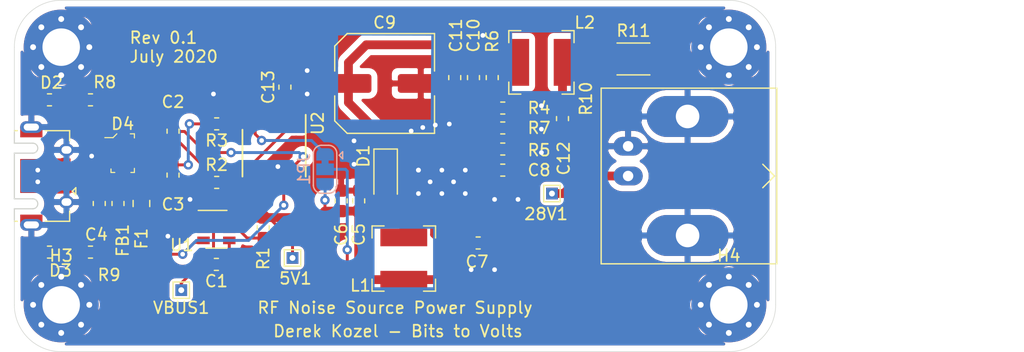
<source format=kicad_pcb>
(kicad_pcb (version 20171130) (host pcbnew "(5.1.5)-3")
  (layers (0 F.Cu signal) (31 B.Cu signal) (34 B.Paste user hide) (35 F.Paste user hide) (36 B.SilkS user) (37 F.SilkS user) (38 B.Mask user) (39 F.Mask user) (44 Edge.Cuts user))
  (net 0 "")
  (net 1 GND)
  (net 2 "Net-(C1-Pad1)")
  (net 3 "Net-(C2-Pad1)")
  (net 4 VBUS)
  (net 5 "Net-(R1-Pad1)")
  (net 6 "Net-(R2-Pad1)")
  (net 7 "Net-(R3-Pad1)")
  (net 8 "Net-(D2-Pad1)")
  (net 9 /PWREN#)
  (net 10 /Vout_EN)
  (net 11 +3V3)
  (net 12 "Net-(J1-Pad4)")
  (net 13 "Net-(C3-Pad1)")
  (net 14 "Net-(C7-Pad1)")
  (net 15 "Net-(C8-Pad1)")
  (net 16 "Net-(C10-Pad1)")
  (net 17 "Net-(D1-Pad2)")
  (net 18 "Net-(D3-Pad1)")
  (net 19 "Net-(F1-Pad1)")
  (net 20 "Net-(R4-Pad1)")
  (net 21 "Net-(R5-Pad2)")
  (net 22 "Net-(R6-Pad1)")
  (net 23 "Net-(U2-Pad11)")
  (net 24 "Net-(U2-Pad6)")
  (net 25 "Net-(U2-Pad4)")
  (net 26 "Net-(U2-Pad2)")
  (net 27 "Net-(U2-Pad1)")
  (net 28 "Net-(C4-Pad1)")
  (net 29 "Net-(D4-Pad3)")
  (net 30 "Net-(D4-Pad1)")
  (net 31 /TPS_EN)
  (net 32 "Net-(28V1-Pad1)")
  (net 33 "Net-(5V1-Pad1)")
  (net 34 "Net-(U2-Pad16)")
  (net 35 "Net-(JP1-Pad2)")
  (module MountingHole:MountingHole_3.2mm_M3_Pad_Via (layer F.Cu) (at 151 96)
    (fp_text reference H4 (at 0 -4.2) (layer F.SilkS))
    (fp_text value MountingHole)
    (pad 1 thru_hole circle (at 1.697056 -1.697056) (size 0.8 0.8) (drill 0.5) (layers *.Cu *.Mask))
    (pad 1 thru_hole circle (at 0 -2.4) (size 0.8 0.8) (drill 0.5) (layers *.Cu *.Mask))
    (pad 1 thru_hole circle (at -1.697056 -1.697056) (size 0.8 0.8) (drill 0.5) (layers *.Cu *.Mask))
    (pad 1 thru_hole circle (at -2.4 0) (size 0.8 0.8) (drill 0.5) (layers *.Cu *.Mask))
    (pad 1 thru_hole circle (at -1.697056 1.697056) (size 0.8 0.8) (drill 0.5) (layers *.Cu *.Mask))
    (pad 1 thru_hole circle (at 0 2.4) (size 0.8 0.8) (drill 0.5) (layers *.Cu *.Mask))
    (pad 1 thru_hole circle (at 1.697056 1.697056) (size 0.8 0.8) (drill 0.5) (layers *.Cu *.Mask))
    (pad 1 thru_hole circle (at 2.4 0) (size 0.8 0.8) (drill 0.5) (layers *.Cu *.Mask))
    (pad 1 thru_hole circle (at 0 0) (size 6.4 6.4) (drill 3.2) (layers *.Cu *.Mask) (net 1 GND))
  )
  (module MountingHole:MountingHole_3.2mm_M3_Pad_Via (layer F.Cu) (at 94 96)
    (fp_text reference H3 (at 0 -4.2) (layer F.SilkS))
    (fp_text value MountingHole)
    (pad 1 thru_hole circle (at 1.697056 -1.697056) (size 0.8 0.8) (drill 0.5) (layers *.Cu *.Mask))
    (pad 1 thru_hole circle (at 0 -2.4) (size 0.8 0.8) (drill 0.5) (layers *.Cu *.Mask))
    (pad 1 thru_hole circle (at -1.697056 -1.697056) (size 0.8 0.8) (drill 0.5) (layers *.Cu *.Mask))
    (pad 1 thru_hole circle (at -2.4 0) (size 0.8 0.8) (drill 0.5) (layers *.Cu *.Mask))
    (pad 1 thru_hole circle (at -1.697056 1.697056) (size 0.8 0.8) (drill 0.5) (layers *.Cu *.Mask))
    (pad 1 thru_hole circle (at 0 2.4) (size 0.8 0.8) (drill 0.5) (layers *.Cu *.Mask))
    (pad 1 thru_hole circle (at 1.697056 1.697056) (size 0.8 0.8) (drill 0.5) (layers *.Cu *.Mask))
    (pad 1 thru_hole circle (at 2.4 0) (size 0.8 0.8) (drill 0.5) (layers *.Cu *.Mask))
    (pad 1 thru_hole circle (at 0 0) (size 6.4 6.4) (drill 3.2) (layers *.Cu *.Mask) (net 1 GND))
  )
  (module MountingHole:MountingHole_3.2mm_M3_Pad_Via (layer F.Cu) (at 151 74)
    (fp_text reference H2 hide)
    (fp_text value MountingHole)
    (pad 1 thru_hole circle (at 1.697056 -1.697056) (size 0.8 0.8) (drill 0.5) (layers *.Cu *.Mask))
    (pad 1 thru_hole circle (at 0 -2.4) (size 0.8 0.8) (drill 0.5) (layers *.Cu *.Mask))
    (pad 1 thru_hole circle (at -1.697056 -1.697056) (size 0.8 0.8) (drill 0.5) (layers *.Cu *.Mask))
    (pad 1 thru_hole circle (at -2.4 0) (size 0.8 0.8) (drill 0.5) (layers *.Cu *.Mask))
    (pad 1 thru_hole circle (at -1.697056 1.697056) (size 0.8 0.8) (drill 0.5) (layers *.Cu *.Mask))
    (pad 1 thru_hole circle (at 0 2.4) (size 0.8 0.8) (drill 0.5) (layers *.Cu *.Mask))
    (pad 1 thru_hole circle (at 1.697056 1.697056) (size 0.8 0.8) (drill 0.5) (layers *.Cu *.Mask))
    (pad 1 thru_hole circle (at 2.4 0) (size 0.8 0.8) (drill 0.5) (layers *.Cu *.Mask))
    (pad 1 thru_hole circle (at 0 0) (size 6.4 6.4) (drill 3.2) (layers *.Cu *.Mask) (net 1 GND))
  )
  (module Resistor_SMD:R_2010_5025Metric_Pad1.52x2.65mm_HandSolder (layer F.Cu) (at 142.8575 75.01 180)
    (fp_text reference R11 (at 0 2.41) (layer F.SilkS))
    (fp_text value 460)
    (pad 2 smd roundrect (at 2.3375 0 180) (size 1.525 2.65) (layers F.Cu F.Paste F.Mask) (roundrect_rratio 0.163934) (net 32 "Net-(28V1-Pad1)"))
    (pad 1 smd roundrect (at -2.3375 0 180) (size 1.525 2.65) (layers F.Cu F.Paste F.Mask) (roundrect_rratio 0.163934) (net 1 GND))
  )
  (module Resistor_SMD:R_0402_1005Metric (layer F.Cu) (at 138.7 81.2 270)
    (fp_text reference R10 (at -2.8 -0.1 90) (layer F.SilkS))
    (fp_text value 10)
    (pad 2 smd roundrect (at 0.485 0 270) (size 0.59 0.64) (layers F.Cu F.Paste F.Mask) (net 32 "Net-(28V1-Pad1)"))
    (pad 1 smd roundrect (at -0.485 0 270) (size 0.59 0.64) (layers F.Cu F.Paste F.Mask) (net 32 "Net-(28V1-Pad1)"))
  )
  (module Jumper:SolderJumper-3_P1.3mm_Bridged12_RoundedPad1.0x1.5mm (layer B.Cu) (at 116.53 84.43 270)
    (fp_text reference JP1 (at 0 1.8 90) (layer B.SilkS) (effects (justify mirror)))
    (fp_text value SolderJumper_3_Bridged12)
    (fp_poly (pts (xy -0.9 0.3) (xy -0.4 0.3) (xy -0.4 -0.3) (xy -0.9 -0.3)) (layer B.Cu) (width 0))
    (pad 1 smd custom (at -1.3 0 270) (size 1 0.5) (layers B.Cu B.Mask) (net 31 /TPS_EN) (options (clearance outline) (anchor rect)) (primitives (gr_circle (center 0 -0.25) (end 0.5 -0.25) (width 0)) (gr_circle (center 0 0.25) (end 0.5 0.25) (width 0)) (gr_poly (pts (xy 0.55 0.75) (xy 0 0.75) (xy 0 -0.75) (xy 0.55 -0.75)) (width 0))))
    (pad 2 smd rect (at 0 0 270) (size 1 1.5) (layers B.Cu B.Mask) (net 35 "Net-(JP1-Pad2)"))
    (pad 3 smd custom (at 1.3 0 270) (size 1 0.5) (layers B.Cu B.Mask) (net 33 "Net-(5V1-Pad1)") (options (clearance outline) (anchor rect)) (primitives (gr_circle (center 0 -0.25) (end 0.5 -0.25) (width 0)) (gr_circle (center 0 0.25) (end 0.5 0.25) (width 0)) (gr_poly (pts (xy -0.55 0.75) (xy 0 0.75) (xy 0 -0.75) (xy -0.55 -0.75)) (width 0))))
  )
  (module MountingHole:MountingHole_3.2mm_M3_Pad_Via (layer F.Cu) (at 94 74)
    (fp_text reference H1 hide)
    (fp_text value MountingHole)
    (pad 1 thru_hole circle (at 1.697056 -1.697056) (size 0.8 0.8) (drill 0.5) (layers *.Cu *.Mask))
    (pad 1 thru_hole circle (at 0 -2.4) (size 0.8 0.8) (drill 0.5) (layers *.Cu *.Mask))
    (pad 1 thru_hole circle (at -1.697056 -1.697056) (size 0.8 0.8) (drill 0.5) (layers *.Cu *.Mask))
    (pad 1 thru_hole circle (at -2.4 0) (size 0.8 0.8) (drill 0.5) (layers *.Cu *.Mask))
    (pad 1 thru_hole circle (at -1.697056 1.697056) (size 0.8 0.8) (drill 0.5) (layers *.Cu *.Mask))
    (pad 1 thru_hole circle (at 0 2.4) (size 0.8 0.8) (drill 0.5) (layers *.Cu *.Mask))
    (pad 1 thru_hole circle (at 1.697056 1.697056) (size 0.8 0.8) (drill 0.5) (layers *.Cu *.Mask))
    (pad 1 thru_hole circle (at 2.4 0) (size 0.8 0.8) (drill 0.5) (layers *.Cu *.Mask) (net 1 GND))
    (pad 1 thru_hole circle (at 0 0) (size 6.4 6.4) (drill 3.2) (layers *.Cu *.Mask) (net 1 GND))
  )
  (module Capacitor_SMD:C_0603_1608Metric_Pad1.05x0.95mm_HandSolder (layer F.Cu) (at 113.1 77.415 90)
    (fp_text reference C13 (at 0 -1.43 90) (layer F.SilkS))
    (fp_text value 10nF)
    (pad 2 smd roundrect (at 0.875 0 90) (size 1.05 0.95) (layers F.Cu F.Paste F.Mask) (net 1 GND))
    (pad 1 smd roundrect (at -0.875 0 90) (size 1.05 0.95) (layers F.Cu F.Paste F.Mask) (net 11 +3V3))
  )
  (module TestPoint:TestPoint_THTPad_1.0x1.0mm_Drill0.5mm (layer F.Cu) (at 104.25 94.75)
    (fp_text reference VBUS1 (at 0 1.5) (layer F.SilkS))
    (fp_text value TestPoint)
    (pad 1 thru_hole rect (at 0 0) (size 1 1) (drill 0.5) (layers *.Cu *.Mask) (net 4 VBUS))
  )
  (module TestPoint:TestPoint_THTPad_1.0x1.0mm_Drill0.5mm (layer F.Cu) (at 113.75 92)
    (fp_text reference 5V1 (at 0.25 1.75) (layer F.SilkS))
    (fp_text value TestPoint)
    (pad 1 thru_hole rect (at 0 0) (size 1 1) (drill 0.5) (layers *.Cu *.Mask) (net 33 "Net-(5V1-Pad1)"))
  )
  (module TestPoint:TestPoint_THTPad_1.0x1.0mm_Drill0.5mm (layer F.Cu) (at 135.9 86.5)
    (fp_text reference 28V1 (at -0.5 1.75) (layer F.SilkS))
    (fp_text value TestPoint)
    (pad 1 thru_hole rect (at 0 0) (size 1 1) (drill 0.5) (layers *.Cu *.Mask) (net 32 "Net-(28V1-Pad1)"))
  )
  (module tssop14:TSSOP14 (layer F.Cu) (at 126.4 85.5)
    (fp_text reference U3)
    (fp_text value TPS61175)
    (pad 1 smd rect (at -1.94818 2.79908 180) (size 0.29972 1.5494) (layers F.Cu F.Paste F.Mask) (net 17 "Net-(D1-Pad2)"))
    (pad 2 smd rect (at -1.29794 2.79908 180) (size 0.29972 1.5494) (layers F.Cu F.Paste F.Mask) (net 17 "Net-(D1-Pad2)"))
    (pad 3 smd rect (at -0.6477 2.79908 180) (size 0.29972 1.5494) (layers F.Cu F.Paste F.Mask) (net 33 "Net-(5V1-Pad1)"))
    (pad 4 smd rect (at 0 2.79908 180) (size 0.29972 1.5494) (layers F.Cu F.Paste F.Mask) (net 35 "Net-(JP1-Pad2)"))
    (pad 5 smd rect (at 0.6477 2.79908 180) (size 0.29972 1.5494) (layers F.Cu F.Paste F.Mask) (net 14 "Net-(C7-Pad1)"))
    (pad 6 smd rect (at 1.29794 2.79908 180) (size 0.29972 1.5494) (layers F.Cu F.Paste F.Mask) (net 1 GND))
    (pad 7 smd rect (at 1.94818 2.79908 180) (size 0.29972 1.5494) (layers F.Cu F.Paste F.Mask) (net 1 GND))
    (pad 8 smd rect (at 1.94818 -2.79908) (size 0.29972 1.5494) (layers F.Cu F.Paste F.Mask) (net 21 "Net-(R5-Pad2)"))
    (pad 9 smd rect (at 1.29794 -2.79908) (size 0.29972 1.5494) (layers F.Cu F.Paste F.Mask) (net 22 "Net-(R6-Pad1)"))
    (pad 10 smd rect (at 0.6477 -2.79908) (size 0.29972 1.5494) (layers F.Cu F.Paste F.Mask) (net 20 "Net-(R4-Pad1)"))
    (pad 11 smd rect (at 0 -2.79908) (size 0.29972 1.5494) (layers F.Cu F.Paste F.Mask) (net 1 GND))
    (pad 12 smd rect (at -0.6477 -2.79908) (size 0.29972 1.5494) (layers F.Cu F.Paste F.Mask) (net 1 GND))
    (pad 13 smd rect (at -1.29794 -2.79908) (size 0.29972 1.5494) (layers F.Cu F.Paste F.Mask) (net 1 GND))
    (pad 14 smd rect (at -1.94818 -2.79908) (size 0.29972 1.5494) (layers F.Cu F.Paste F.Mask) (net 1 GND))
    (pad PAD smd rect (at 0 0 180) (size 5 3.4) (layers F.Cu) (net 1 GND))
  )
  (module Package_TO_SOT_SMD:SOT-23-6 (layer F.Cu) (at 107.25 89.55)
    (fp_text reference U1 (at -2.95 1.35) (layer F.SilkS))
    (fp_text value TPS22917DBV)
    (pad 5 smd rect (at 1.1 0) (size 1.06 0.65) (layers F.Cu F.Paste F.Mask) (net 5 "Net-(R1-Pad1)"))
    (pad 6 smd rect (at 1.1 -0.95) (size 1.06 0.65) (layers F.Cu F.Paste F.Mask) (net 33 "Net-(5V1-Pad1)"))
    (pad 4 smd rect (at 1.1 0.95) (size 1.06 0.65) (layers F.Cu F.Paste F.Mask) (net 2 "Net-(C1-Pad1)"))
    (pad 3 smd rect (at -1.1 0.95) (size 1.06 0.65) (layers F.Cu F.Paste F.Mask) (net 10 /Vout_EN))
    (pad 2 smd rect (at -1.1 0) (size 1.06 0.65) (layers F.Cu F.Paste F.Mask) (net 1 GND))
    (pad 1 smd rect (at -1.1 -0.95) (size 1.06 0.65) (layers F.Cu F.Paste F.Mask) (net 4 VBUS))
  )
  (module Package_SO:SSOP-16_3.9x4.9mm_P0.635mm (layer F.Cu) (at 112.15 83.05 270)
    (fp_text reference U2 (at -2.55 -3.75 90) (layer F.SilkS))
    (fp_text value FT230XS)
    (pad 16 smd rect (at 2.6 -2.2225 270) (size 1.2 0.4) (layers F.Cu F.Paste F.Mask) (net 34 "Net-(U2-Pad16)"))
    (pad 15 smd rect (at 2.6 -1.5875 270) (size 1.2 0.4) (layers F.Cu F.Paste F.Mask) (net 9 /PWREN#))
    (pad 14 smd rect (at 2.6 -0.9525 270) (size 1.2 0.4) (layers F.Cu F.Paste F.Mask) (net 10 /Vout_EN))
    (pad 13 smd rect (at 2.6 -0.3175 270) (size 1.2 0.4) (layers F.Cu F.Paste F.Mask) (net 1 GND))
    (pad 12 smd rect (at 2.6 0.3175 270) (size 1.2 0.4) (layers F.Cu F.Paste F.Mask) (net 4 VBUS))
    (pad 11 smd rect (at 2.6 0.9525 270) (size 1.2 0.4) (layers F.Cu F.Paste F.Mask) (net 23 "Net-(U2-Pad11)"))
    (pad 10 smd rect (at 2.6 1.5875 270) (size 1.2 0.4) (layers F.Cu F.Paste F.Mask) (net 11 +3V3))
    (pad 9 smd rect (at 2.6 2.2225 270) (size 1.2 0.4) (layers F.Cu F.Paste F.Mask) (net 6 "Net-(R2-Pad1)"))
    (pad 8 smd rect (at -2.6 2.2225 270) (size 1.2 0.4) (layers F.Cu F.Paste F.Mask) (net 7 "Net-(R3-Pad1)"))
    (pad 7 smd rect (at -2.6 1.5875 270) (size 1.2 0.4) (layers F.Cu F.Paste F.Mask) (net 31 /TPS_EN))
    (pad 6 smd rect (at -2.6 0.9525 270) (size 1.2 0.4) (layers F.Cu F.Paste F.Mask) (net 24 "Net-(U2-Pad6)"))
    (pad 5 smd rect (at -2.6 0.3175 270) (size 1.2 0.4) (layers F.Cu F.Paste F.Mask) (net 1 GND))
    (pad 4 smd rect (at -2.6 -0.3175 270) (size 1.2 0.4) (layers F.Cu F.Paste F.Mask) (net 25 "Net-(U2-Pad4)"))
    (pad 3 smd rect (at -2.6 -0.9525 270) (size 1.2 0.4) (layers F.Cu F.Paste F.Mask) (net 11 +3V3))
    (pad 2 smd rect (at -2.6 -1.5875 270) (size 1.2 0.4) (layers F.Cu F.Paste F.Mask) (net 26 "Net-(U2-Pad2)"))
    (pad 1 smd rect (at -2.6 -2.2225 270) (size 1.2 0.4) (layers F.Cu F.Paste F.Mask) (net 27 "Net-(U2-Pad1)"))
  )
  (module digikey-footprints:SOT23-6L (layer F.Cu) (at 99.25 83.05 270)
    (fp_text reference D4 (at -2.5 0 180) (layer F.SilkS))
    (fp_text value USBLC6-2SC6)
    (pad 6 smd rect (at -0.95 -1.15 270) (size 0.6 1.2) (layers F.Cu F.Paste F.Mask) (net 3 "Net-(C2-Pad1)"))
    (pad 5 smd rect (at 0 -1.15 270) (size 0.6 1.2) (layers F.Cu F.Paste F.Mask) (net 4 VBUS))
    (pad 4 smd rect (at 0.95 -1.15 270) (size 0.6 1.2) (layers F.Cu F.Paste F.Mask) (net 13 "Net-(C3-Pad1)"))
    (pad 3 smd rect (at 0.95 1.15 270) (size 0.6 1.2) (layers F.Cu F.Paste F.Mask) (net 29 "Net-(D4-Pad3)"))
    (pad 2 smd rect (at 0 1.15 270) (size 0.6 1.2) (layers F.Cu F.Paste F.Mask) (net 1 GND))
    (pad 1 smd rect (at -0.95 1.15 270) (size 0.6 1.2) (layers F.Cu F.Paste F.Mask) (net 30 "Net-(D4-Pad1)"))
  )
  (module l_bourns-SRN5040:L_Bourns-SRN5040 (layer F.Cu) (at 135 75.3)
    (fp_text reference L2 (at 3.7 -3.4) (layer F.SilkS))
    (fp_text value 10uH)
    (pad 1 smd rect (at -1.8 0) (size 1.5 4) (layers F.Cu F.Paste F.Mask) (net 16 "Net-(C10-Pad1)"))
    (pad 2 smd rect (at 1.8 0) (size 1.5 4) (layers F.Cu F.Paste F.Mask) (net 32 "Net-(28V1-Pad1)"))
  )
  (module l_bourns-SRN5040:L_Bourns-SRN5040 (layer F.Cu) (at 123.25 92.05 90)
    (fp_text reference L1 (at -2.3 -3.7 180) (layer F.SilkS))
    (fp_text value 27uH)
    (pad 1 smd rect (at -1.8 0 90) (size 1.5 4) (layers F.Cu F.Paste F.Mask) (net 33 "Net-(5V1-Pad1)"))
    (pad 2 smd rect (at 1.8 0 90) (size 1.5 4) (layers F.Cu F.Paste F.Mask) (net 17 "Net-(D1-Pad2)"))
  )
  (module Resistor_SMD:R_0603_1608Metric_Pad1.05x0.95mm_HandSolder (layer F.Cu) (at 131.7 80.9 180)
    (fp_text reference R7 (at -3.1 0) (layer F.SilkS))
    (fp_text value 16.2k)
    (pad 1 smd roundrect (at -0.875 0 180) (size 1.05 0.95) (layers F.Cu F.Paste F.Mask) (net 1 GND))
    (pad 2 smd roundrect (at 0.875 0 180) (size 1.05 0.95) (layers F.Cu F.Paste F.Mask) (net 22 "Net-(R6-Pad1)"))
  )
  (module Resistor_SMD:R_0603_1608Metric_Pad1.05x0.95mm_HandSolder (layer F.Cu) (at 130.8 76.6 90)
    (fp_text reference R6 (at 3.1 0 90) (layer F.SilkS))
    (fp_text value 357k)
    (pad 1 smd roundrect (at -0.875 0 90) (size 1.05 0.95) (layers F.Cu F.Paste F.Mask) (net 22 "Net-(R6-Pad1)"))
    (pad 2 smd roundrect (at 0.875 0 90) (size 1.05 0.95) (layers F.Cu F.Paste F.Mask) (net 16 "Net-(C10-Pad1)"))
  )
  (module Resistor_SMD:R_0603_1608Metric_Pad1.05x0.95mm_HandSolder (layer F.Cu) (at 131.7 82.7 180)
    (fp_text reference R5 (at -3.1 -0.1) (layer F.SilkS))
    (fp_text value 28.7k)
    (pad 1 smd roundrect (at -0.875 0 180) (size 1.05 0.95) (layers F.Cu F.Paste F.Mask) (net 15 "Net-(C8-Pad1)"))
    (pad 2 smd roundrect (at 0.875 0 180) (size 1.05 0.95) (layers F.Cu F.Paste F.Mask) (net 21 "Net-(R5-Pad2)"))
  )
  (module Resistor_SMD:R_0603_1608Metric_Pad1.05x0.95mm_HandSolder (layer F.Cu) (at 131.7 79.2)
    (fp_text reference R4 (at 3.1 0) (layer F.SilkS))
    (fp_text value 86.6k)
    (pad 1 smd roundrect (at -0.875 0) (size 1.05 0.95) (layers F.Cu F.Paste F.Mask) (net 20 "Net-(R4-Pad1)"))
    (pad 2 smd roundrect (at 0.875 0) (size 1.05 0.95) (layers F.Cu F.Paste F.Mask) (net 1 GND))
  )
  (module Fuse:Fuse_0805_2012Metric_Pad1.15x1.40mm_HandSolder (layer F.Cu) (at 100.85 87.35 90)
    (fp_text reference F1 (at -3 0 270) (layer F.SilkS))
    (fp_text value Polyfuse)
    (pad 2 smd roundrect (at 1.025 0 90) (size 1.15 1.4) (layers F.Cu F.Paste F.Mask) (roundrect_rratio 0.217391) (net 4 VBUS))
    (pad 1 smd roundrect (at -1.025 0 90) (size 1.15 1.4) (layers F.Cu F.Paste F.Mask) (roundrect_rratio 0.217391) (net 19 "Net-(F1-Pad1)"))
  )
  (module Diode_SMD:D_SOD-123F (layer F.Cu) (at 121.7 84.9 270)
    (fp_text reference D1 (at -1.6 1.9 90) (layer F.SilkS))
    (fp_text value SS14FL)
    (pad 1 smd rect (at -1.4 0 270) (size 1.1 1.1) (layers F.Cu F.Paste F.Mask) (net 16 "Net-(C10-Pad1)"))
    (pad 2 smd rect (at 1.4 0 270) (size 1.1 1.1) (layers F.Cu F.Paste F.Mask) (net 17 "Net-(D1-Pad2)"))
  )
  (module Capacitor_SMD:C_0603_1608Metric_Pad1.05x0.95mm_HandSolder (layer F.Cu) (at 136.8 80.1 270)
    (fp_text reference C12 (at 3.4 -0.1 270) (layer F.SilkS))
    (fp_text value 10uF)
    (pad 1 smd roundrect (at -0.875 0 270) (size 1.05 0.95) (layers F.Cu F.Paste F.Mask) (net 32 "Net-(28V1-Pad1)"))
    (pad 2 smd roundrect (at 0.875 0 270) (size 1.05 0.95) (layers F.Cu F.Paste F.Mask) (net 1 GND))
  )
  (module Capacitor_SMD:C_0603_1608Metric_Pad1.05x0.95mm_HandSolder (layer F.Cu) (at 127.6 76.6 270)
    (fp_text reference C11 (at -3.6 -0.1 90) (layer F.SilkS))
    (fp_text value 10uF)
    (pad 1 smd roundrect (at -0.875 0 270) (size 1.05 0.95) (layers F.Cu F.Paste F.Mask) (net 16 "Net-(C10-Pad1)"))
    (pad 2 smd roundrect (at 0.875 0 270) (size 1.05 0.95) (layers F.Cu F.Paste F.Mask) (net 1 GND))
  )
  (module Capacitor_SMD:C_0603_1608Metric_Pad1.05x0.95mm_HandSolder (layer F.Cu) (at 129.2 76.6 270)
    (fp_text reference C10 (at -3.6 0 90) (layer F.SilkS))
    (fp_text value 1uF)
    (pad 1 smd roundrect (at -0.875 0 270) (size 1.05 0.95) (layers F.Cu F.Paste F.Mask) (net 16 "Net-(C10-Pad1)"))
    (pad 2 smd roundrect (at 0.875 0 270) (size 1.05 0.95) (layers F.Cu F.Paste F.Mask) (net 1 GND))
  )
  (module Capacitor_SMD:C_Elec_8x6.2 (layer F.Cu) (at 121.6125 77.1)
    (fp_text reference C9 (at 0 -5.2) (layer F.SilkS))
    (fp_text value 47uF)
    (pad 1 smd roundrect (at -3.0875 0) (size 3.925 1.6) (layers F.Cu F.Paste F.Mask) (roundrect_rratio 0.15625) (net 16 "Net-(C10-Pad1)"))
    (pad 2 smd roundrect (at 3.0875 0) (size 3.925 1.6) (layers F.Cu F.Paste F.Mask) (roundrect_rratio 0.15625) (net 1 GND))
  )
  (module Capacitor_SMD:C_0603_1608Metric_Pad1.05x0.95mm_HandSolder (layer F.Cu) (at 131.7 84.5)
    (fp_text reference C8 (at 3.1 0) (layer F.SilkS))
    (fp_text value 680pF)
    (pad 1 smd roundrect (at -0.875 0) (size 1.05 0.95) (layers F.Cu F.Paste F.Mask) (net 15 "Net-(C8-Pad1)"))
    (pad 2 smd roundrect (at 0.875 0) (size 1.05 0.95) (layers F.Cu F.Paste F.Mask) (net 1 GND))
  )
  (module Capacitor_SMD:C_0603_1608Metric_Pad1.05x0.95mm_HandSolder (layer F.Cu) (at 129.6 90.72)
    (fp_text reference C7 (at -0.1 1.6) (layer F.SilkS))
    (fp_text value 100nF)
    (pad 1 smd roundrect (at -0.875 0) (size 1.05 0.95) (layers F.Cu F.Paste F.Mask) (net 14 "Net-(C7-Pad1)"))
    (pad 2 smd roundrect (at 0.875 0) (size 1.05 0.95) (layers F.Cu F.Paste F.Mask) (net 1 GND))
  )
  (module Capacitor_SMD:C_0603_1608Metric_Pad1.05x0.95mm_HandSolder (layer F.Cu) (at 117.9 87.125 90)
    (fp_text reference C6 (at -2.875 0 90) (layer F.SilkS))
    (fp_text value 10uF)
    (pad 1 smd roundrect (at -0.875 0 90) (size 1.05 0.95) (layers F.Cu F.Paste F.Mask) (net 33 "Net-(5V1-Pad1)"))
    (pad 2 smd roundrect (at 0.875 0 90) (size 1.05 0.95) (layers F.Cu F.Paste F.Mask) (net 1 GND))
  )
  (module Capacitor_SMD:C_0603_1608Metric_Pad1.05x0.95mm_HandSolder (layer F.Cu) (at 119.4 87.125 270)
    (fp_text reference C5 (at 2.875 0 90) (layer F.SilkS))
    (fp_text value 10uF)
    (pad 1 smd roundrect (at -0.875 0 270) (size 1.05 0.95) (layers F.Cu F.Paste F.Mask) (net 1 GND))
    (pad 2 smd roundrect (at 0.875 0 270) (size 1.05 0.95) (layers F.Cu F.Paste F.Mask) (net 33 "Net-(5V1-Pad1)"))
  )
  (module Capacitor_SMD:C_0603_1608Metric_Pad1.05x0.95mm_HandSolder (layer F.Cu) (at 97.25 87.35 270)
    (fp_text reference C4 (at 2.65 0.25 180) (layer F.SilkS))
    (fp_text value 10nF)
    (pad 2 smd roundrect (at 0.875 0 270) (size 1.05 0.95) (layers F.Cu F.Paste F.Mask) (net 1 GND))
    (pad 1 smd roundrect (at -0.875 0 270) (size 1.05 0.95) (layers F.Cu F.Paste F.Mask) (net 28 "Net-(C4-Pad1)"))
  )
  (module Capacitor_SMD:C_0603_1608Metric_Pad1.05x0.95mm_HandSolder (layer F.Cu) (at 103.55 84.925 270)
    (fp_text reference C3 (at 2.5 0 180) (layer F.SilkS))
    (fp_text value 47pF)
    (pad 2 smd roundrect (at 0.875 0 270) (size 1.05 0.95) (layers F.Cu F.Paste F.Mask) (net 1 GND))
    (pad 1 smd roundrect (at -0.875 0 270) (size 1.05 0.95) (layers F.Cu F.Paste F.Mask) (net 13 "Net-(C3-Pad1)"))
  )
  (module Capacitor_SMD:C_0603_1608Metric_Pad1.05x0.95mm_HandSolder (layer F.Cu) (at 103.55 81.175 90)
    (fp_text reference C2 (at 2.5 0 180) (layer F.SilkS))
    (fp_text value 47pF)
    (pad 2 smd roundrect (at 0.875 0 90) (size 1.05 0.95) (layers F.Cu F.Paste F.Mask) (net 1 GND))
    (pad 1 smd roundrect (at -0.875 0 90) (size 1.05 0.95) (layers F.Cu F.Paste F.Mask) (net 3 "Net-(C2-Pad1)"))
  )
  (module Capacitor_SMD:C_0603_1608Metric_Pad1.05x0.95mm_HandSolder (layer F.Cu) (at 107.25 92.55 180)
    (fp_text reference C1 (at 0 -1.43) (layer F.SilkS))
    (fp_text value 100pF)
    (pad 2 smd roundrect (at 0.875 0 180) (size 1.05 0.95) (layers F.Cu F.Paste F.Mask) (net 4 VBUS))
    (pad 1 smd roundrect (at -0.875 0 180) (size 1.05 0.95) (layers F.Cu F.Paste F.Mask) (net 2 "Net-(C1-Pad1)"))
  )
  (module Connector_Coaxial:BNC_Amphenol_B6252HB-NPP3G-50_Horizontal (layer F.Cu) (at 142.4 85 270)
    (fp_text reference J2 hide)
    (fp_text value Conn_Coaxial)
    (pad 2 thru_hole oval (at -2.54 0 270) (size 1.6 2.5) (drill 0.89) (layers *.Cu *.Mask) (net 1 GND))
    (pad 1 thru_hole oval (at 0 0 270) (size 1.6 2.5) (drill 0.89) (layers *.Cu *.Mask) (net 32 "Net-(28V1-Pad1)"))
    (pad 2 thru_hole oval (at 5.08 -5.08 270) (size 3.5 7) (drill 2.01) (layers *.Cu *.Mask) (net 1 GND))
    (pad 2 thru_hole oval (at -5.08 -5.08 270) (size 3.5 7) (drill 2.01) (layers *.Cu *.Mask) (net 1 GND))
  )
  (module Connector_USB:USB_Micro-AB_Molex_47590-0001 (layer F.Cu) (at 91.45 85 270)
    (fp_text reference J1 hide)
    (fp_text value USB_B_Micro)
    (fp_arc (start 2.375 -0.125) (end 1.95 -0.125) (angle 180) (layer Edge.Cuts) (width 0.1))
    (fp_arc (start -2.375 -0.125) (end -2.8 -0.125) (angle 180) (layer Edge.Cuts) (width 0.1))
    (fp_line (start 2.8 1.45) (end 3.75 1.45) (layer Edge.Cuts) (width 0.1))
    (fp_line (start 2.8 -0.125) (end 2.8 1.45) (layer Edge.Cuts) (width 0.1))
    (fp_line (start 1.95 -0.125) (end 1.95 1.45) (layer Edge.Cuts) (width 0.1))
    (fp_line (start -1.95 1.45) (end 1.95 1.45) (layer Edge.Cuts) (width 0.1))
    (fp_line (start -1.95 -0.125) (end -1.95 1.45) (layer Edge.Cuts) (width 0.1))
    (fp_line (start -2.8 -0.125) (end -2.8 1.45) (layer Edge.Cuts) (width 0.1))
    (fp_line (start -3.75 1.45) (end -2.8 1.45) (layer Edge.Cuts) (width 0.1))
    (pad 6 thru_hole oval (at -2.225 -3 270) (size 1.05 1.25) (drill oval 0.65 0.85) (layers *.Cu *.Mask) (net 1 GND))
    (pad 5 smd rect (at -1.3 -2.675 270) (size 0.4 1.35) (layers F.Cu F.Paste F.Mask) (net 1 GND))
    (pad 4 smd rect (at -0.65 -2.675 270) (size 0.4 1.35) (layers F.Cu F.Paste F.Mask) (net 12 "Net-(J1-Pad4)"))
    (pad 3 smd rect (at 0 -2.675 270) (size 0.4 1.35) (layers F.Cu F.Paste F.Mask) (net 30 "Net-(D4-Pad1)"))
    (pad 1 smd rect (at 1.3 -2.675 270) (size 0.4 1.35) (layers F.Cu F.Paste F.Mask) (net 28 "Net-(C4-Pad1)"))
    (pad 6 thru_hole oval (at 2.225 -3 270) (size 1.05 1.25) (drill oval 0.65 0.85) (layers *.Cu *.Mask) (net 1 GND))
    (pad 6 thru_hole oval (at -4.175 0 270) (size 1 1.9) (drill oval 0.6 1.3) (layers *.Cu *.Mask) (net 1 GND))
    (pad 6 thru_hole oval (at 4.175 0 270) (size 1 1.9) (drill oval 0.6 1.3) (layers *.Cu *.Mask) (net 1 GND))
    (pad 2 smd rect (at 0.65 -2.675 270) (size 0.4 1.35) (layers F.Cu F.Paste F.Mask) (net 29 "Net-(D4-Pad3)"))
    (pad 6 smd rect (at 0 0 270) (size 2.9 1.9) (layers F.Cu F.Paste F.Mask) (net 1 GND))
    (pad 6 smd rect (at 3.7375 0 270) (size 0.875 1.9) (layers F.Cu F.Mask) (net 1 GND))
    (pad 6 smd rect (at -3.7375 0 270) (size 0.875 1.9) (layers F.Cu F.Mask) (net 1 GND))
  )
  (module Resistor_SMD:R_0603_1608Metric_Pad1.05x0.95mm_HandSolder (layer F.Cu) (at 98.85 87.35 90)
    (fp_text reference FB1 (at -3.15 0.4 270) (layer F.SilkS))
    (fp_text value Ferrite_Bead)
    (pad 2 smd roundrect (at 0.875 0 90) (size 1.05 0.95) (layers F.Cu F.Paste F.Mask) (net 28 "Net-(C4-Pad1)"))
    (pad 1 smd roundrect (at -0.875 0 90) (size 1.05 0.95) (layers F.Cu F.Paste F.Mask) (net 19 "Net-(F1-Pad1)"))
  )
  (module Resistor_SMD:R_0603_1608Metric_Pad1.05x0.95mm_HandSolder (layer F.Cu) (at 93 91.5 180)
    (fp_text reference D3 (at -0.94 -1.57) (layer F.SilkS))
    (fp_text value LED)
    (pad 2 smd roundrect (at 0.875 0 180) (size 1.05 0.95) (layers F.Cu F.Paste F.Mask) (net 10 /Vout_EN))
    (pad 1 smd roundrect (at -0.875 0 180) (size 1.05 0.95) (layers F.Cu F.Paste F.Mask) (net 18 "Net-(D3-Pad1)"))
  )
  (module Resistor_SMD:R_0603_1608Metric_Pad1.05x0.95mm_HandSolder (layer F.Cu) (at 93 78.5 180)
    (fp_text reference D2 (at -0.17 1.47) (layer F.SilkS))
    (fp_text value LED)
    (pad 2 smd roundrect (at 0.875 0 180) (size 1.05 0.95) (layers F.Cu F.Paste F.Mask) (net 9 /PWREN#))
    (pad 1 smd roundrect (at -0.875 0 180) (size 1.05 0.95) (layers F.Cu F.Paste F.Mask) (net 8 "Net-(D2-Pad1)"))
  )
  (module Resistor_SMD:R_0603_1608Metric_Pad1.05x0.95mm_HandSolder (layer F.Cu) (at 96.5 91.5)
    (fp_text reference R9 (at 1.59 1.95) (layer F.SilkS))
    (fp_text value 330)
    (pad 2 smd roundrect (at 0.875 0) (size 1.05 0.95) (layers F.Cu F.Paste F.Mask) (net 1 GND))
    (pad 1 smd roundrect (at -0.875 0) (size 1.05 0.95) (layers F.Cu F.Paste F.Mask) (net 18 "Net-(D3-Pad1)"))
  )
  (module Resistor_SMD:R_0603_1608Metric_Pad1.05x0.95mm_HandSolder (layer F.Cu) (at 96.5 78.5)
    (fp_text reference R8 (at 1.22 -1.51) (layer F.SilkS))
    (fp_text value 330)
    (pad 2 smd roundrect (at 0.875 0) (size 1.05 0.95) (layers F.Cu F.Paste F.Mask) (net 1 GND))
    (pad 1 smd roundrect (at -0.875 0) (size 1.05 0.95) (layers F.Cu F.Paste F.Mask) (net 8 "Net-(D2-Pad1)"))
  )
  (module Resistor_SMD:R_0603_1608Metric_Pad1.05x0.95mm_HandSolder (layer F.Cu) (at 111.25 89.425 90)
    (fp_text reference R1 (at -2.625 0 90) (layer F.SilkS))
    (fp_text value DNP)
    (pad 2 smd roundrect (at 0.875 0 90) (size 1.05 0.95) (layers F.Cu F.Paste F.Mask) (net 33 "Net-(5V1-Pad1)"))
    (pad 1 smd roundrect (at -0.875 0 90) (size 1.05 0.95) (layers F.Cu F.Paste F.Mask) (net 5 "Net-(R1-Pad1)"))
  )
  (module Resistor_SMD:R_0603_1608Metric_Pad1.05x0.95mm_HandSolder (layer F.Cu) (at 107.275 80.55 180)
    (fp_text reference R3 (at 0 -1.43) (layer F.SilkS))
    (fp_text value 27)
    (pad 2 smd roundrect (at 0.875 0 180) (size 1.05 0.95) (layers F.Cu F.Paste F.Mask) (net 13 "Net-(C3-Pad1)"))
    (pad 1 smd roundrect (at -0.875 0 180) (size 1.05 0.95) (layers F.Cu F.Paste F.Mask) (net 7 "Net-(R3-Pad1)"))
  )
  (module Resistor_SMD:R_0603_1608Metric_Pad1.05x0.95mm_HandSolder (layer F.Cu) (at 107.275 85.55 180)
    (fp_text reference R2 (at 0 1.5) (layer F.SilkS))
    (fp_text value 27)
    (pad 2 smd roundrect (at 0.875 0 180) (size 1.05 0.95) (layers F.Cu F.Paste F.Mask) (net 3 "Net-(C2-Pad1)"))
    (pad 1 smd roundrect (at -0.875 0 180) (size 1.05 0.95) (layers F.Cu F.Paste F.Mask) (net 6 "Net-(R2-Pad1)"))
  )
  (gr_text "Rev 0.1\nJuly 2020" (at 99.75 74) (layer F.SilkS) (effects (font (size 1 1)) (justify left)))
  (gr_text "Derek Kozel - Bits to Volts" (at 122.75 98.25) (layer F.SilkS) (effects (font (size 1 1))))
  (gr_text "RF Noise Source Power Supply" (at 122.5 96.25) (layer F.SilkS) (effects (font (size 1 1))))
  (gr_line (start 90 96) (end 90 88.75) (layer Edge.Cuts) (width 0.05))
  (gr_line (start 90 74) (end 90 81.25) (layer Edge.Cuts) (width 0.05))
  (gr_arc (start 151 96) (end 151 100) (angle -90) (layer Edge.Cuts) (width 0.05))
  (gr_arc (start 94 96) (end 90 96) (angle -90) (layer Edge.Cuts) (width 0.05))
  (gr_arc (start 151 74) (end 155 74) (angle -90) (layer Edge.Cuts) (width 0.05))
  (gr_arc (start 94 74) (end 94 70) (angle -90) (layer Edge.Cuts) (width 0.05))
  (gr_line (start 151 100) (end 94 100) (layer Edge.Cuts) (width 0.05))
  (gr_line (start 155 74) (end 155 96) (layer Edge.Cuts) (width 0.05))
  (gr_line (start 94 70) (end 151 70) (layer Edge.Cuts) (width 0.05))
  (via (at 124.5 84.5) (size 0.8) (drill 0.4) (layers F.Cu B.Cu) (net 1))
  (via (at 124.5 84.5) (size 0.8) (drill 0.4) (layers F.Cu B.Cu) (net 1))
  (via (at 124.5 86.5) (size 0.8) (drill 0.4) (layers F.Cu B.Cu) (net 1))
  (via (at 125.5 85.5) (size 0.8) (drill 0.4) (layers F.Cu B.Cu) (net 1))
  (via (at 126.5 84.5) (size 0.8) (drill 0.4) (layers F.Cu B.Cu) (net 1))
  (via (at 126.5 86.5) (size 0.8) (drill 0.4) (layers F.Cu B.Cu) (net 1))
  (via (at 127.5 85.5) (size 0.8) (drill 0.4) (layers F.Cu B.Cu) (net 1))
  (via (at 128.5 84.5) (size 0.8) (drill 0.4) (layers F.Cu B.Cu) (net 1))
  (via (at 128.5 86.5) (size 0.8) (drill 0.4) (layers F.Cu B.Cu) (net 1))
  (via (at 92 85.5) (size 0.8) (drill 0.4) (layers F.Cu B.Cu) (net 1))
  (via (at 92 84.5) (size 0.8) (drill 0.4) (layers F.Cu B.Cu) (net 1))
  (via (at 96.6 83.3) (size 0.8) (drill 0.4) (layers F.Cu B.Cu) (net 1))
  (segment (start 98.1 83.05) (end 96.85 83.05) (width 0.25) (layer F.Cu) (net 1))
  (segment (start 96.85 83.05) (end 96.6 83.3) (width 0.25) (layer F.Cu) (net 1))
  (segment (start 112.4675 85.65) (end 112.4675 84.2325) (width 0.25) (layer F.Cu) (net 1))
  (via (at 112.5 84.2) (size 0.8) (drill 0.4) (layers F.Cu B.Cu) (net 1))
  (segment (start 112.4675 84.2325) (end 112.5 84.2) (width 0.25) (layer F.Cu) (net 1))
  (segment (start 94.125 83.7) (end 94.3 83.7) (width 0.5) (layer F.Cu) (net 1))
  (segment (start 94.45 83.55) (end 94.45 82.775) (width 0.5) (layer F.Cu) (net 1))
  (segment (start 94.3 83.7) (end 94.45 83.55) (width 0.5) (layer F.Cu) (net 1))
  (segment (start 124.45182 82.70092) (end 124.45182 81.73182) (width 0.25) (layer F.Cu) (net 1))
  (via (at 123.88 81.16) (size 0.8) (drill 0.4) (layers F.Cu B.Cu) (net 1))
  (segment (start 124.45182 81.73182) (end 123.88 81.16) (width 0.25) (layer F.Cu) (net 1))
  (via (at 124.87 80.86) (size 0.8) (drill 0.4) (layers F.Cu B.Cu) (net 1))
  (segment (start 125.10206 82.70092) (end 125.10206 81.09206) (width 0.25) (layer F.Cu) (net 1))
  (segment (start 125.10206 81.09206) (end 124.87 80.86) (width 0.25) (layer F.Cu) (net 1))
  (segment (start 126.4 82.70092) (end 126.4 81.298614) (width 0.25) (layer F.Cu) (net 1))
  (via (at 127.134307 80.564307) (size 0.8) (drill 0.4) (layers F.Cu B.Cu) (net 1))
  (segment (start 126.4 81.298614) (end 127.134307 80.564307) (width 0.25) (layer F.Cu) (net 1))
  (via (at 125.94 80.65) (size 0.8) (drill 0.4) (layers F.Cu B.Cu) (net 1))
  (segment (start 125.7523 82.70092) (end 125.7523 80.8377) (width 0.25) (layer F.Cu) (net 1))
  (segment (start 125.7523 80.8377) (end 125.94 80.65) (width 0.25) (layer F.Cu) (net 1))
  (segment (start 127.69794 88.29908) (end 127.69794 89.43794) (width 0.25) (layer F.Cu) (net 1))
  (segment (start 130.475 90.245) (end 130.475 90.72) (width 0.25) (layer F.Cu) (net 1))
  (segment (start 129.66794 89.43794) (end 130.475 90.245) (width 0.25) (layer F.Cu) (net 1))
  (segment (start 127.69794 89.43794) (end 129.66794 89.43794) (width 0.25) (layer F.Cu) (net 1))
  (segment (start 128.34818 88.29908) (end 128.34818 89.09182) (width 0.25) (layer F.Cu) (net 1))
  (segment (start 128.6943 89.43794) (end 129.66794 89.43794) (width 0.25) (layer F.Cu) (net 1))
  (segment (start 128.34818 89.09182) (end 128.6943 89.43794) (width 0.25) (layer F.Cu) (net 1))
  (via (at 135 79) (size 0.8) (drill 0.4) (layers F.Cu B.Cu) (net 1))
  (via (at 135 81) (size 0.8) (drill 0.4) (layers F.Cu B.Cu) (net 1))
  (via (at 135 83) (size 0.8) (drill 0.4) (layers F.Cu B.Cu) (net 1))
  (via (at 129 93) (size 0.8) (drill 0.4) (layers F.Cu B.Cu) (net 1))
  (via (at 131 93) (size 0.8) (drill 0.4) (layers F.Cu B.Cu) (net 1))
  (via (at 131 87) (size 0.8) (drill 0.4) (layers F.Cu B.Cu) (net 1))
  (via (at 133 87) (size 0.8) (drill 0.4) (layers F.Cu B.Cu) (net 1))
  (via (at 115 76) (size 0.8) (drill 0.4) (layers F.Cu B.Cu) (net 1))
  (via (at 115 78) (size 0.8) (drill 0.4) (layers F.Cu B.Cu) (net 1))
  (via (at 119 82) (size 0.8) (drill 0.4) (layers F.Cu B.Cu) (net 1))
  (via (at 119 84) (size 0.8) (drill 0.4) (layers F.Cu B.Cu) (net 1))
  (via (at 130 73) (size 0.8) (drill 0.4) (layers F.Cu B.Cu) (net 1))
  (via (at 107 78) (size 0.8) (drill 0.4) (layers F.Cu B.Cu) (net 1))
  (via (at 105 87) (size 0.8) (drill 0.4) (layers F.Cu B.Cu) (net 1))
  (segment (start 106.06 89.46) (end 106.15 89.55) (width 0.25) (layer F.Cu) (net 1))
  (segment (start 111.8325 79.6) (end 111.83 79.5975) (width 0.25) (layer F.Cu) (net 1))
  (segment (start 111.8325 80.45) (end 111.8325 79.6) (width 0.25) (layer F.Cu) (net 1))
  (segment (start 111.83 79.5975) (end 111.83 79.02) (width 0.25) (layer F.Cu) (net 1))
  (via (at 103.11 90.14) (size 0.8) (drill 0.4) (layers F.Cu B.Cu) (net 1))
  (segment (start 106.15 89.55) (end 103.7 89.55) (width 0.25) (layer F.Cu) (net 1))
  (segment (start 103.7 89.55) (end 103.11 90.14) (width 0.25) (layer F.Cu) (net 1))
  (segment (start 108.35 92.325) (end 108.125 92.55) (width 0.25) (layer F.Cu) (net 2))
  (segment (start 108.35 90.5) (end 108.35 92.325) (width 0.25) (layer F.Cu) (net 2))
  (segment (start 103.5 82.1) (end 103.55 82.05) (width 0.25) (layer F.Cu) (net 3))
  (segment (start 100.4 82.1) (end 103.5 82.1) (width 0.25) (layer F.Cu) (net 3))
  (segment (start 106.4 85.075) (end 106.4 85.55) (width 0.25) (layer F.Cu) (net 3))
  (segment (start 106.4 84.425) (end 106.4 85.075) (width 0.25) (layer F.Cu) (net 3))
  (segment (start 104.025 82.05) (end 106.4 84.425) (width 0.25) (layer F.Cu) (net 3))
  (segment (start 103.55 82.05) (end 104.025 82.05) (width 0.25) (layer F.Cu) (net 3))
  (segment (start 100.85 85.75) (end 100.35 85.25) (width 0.5) (layer F.Cu) (net 4))
  (segment (start 99.25 85.25) (end 99.25 83.35) (width 0.5) (layer F.Cu) (net 4))
  (segment (start 99.25 83.35) (end 99.55 83.05) (width 0.5) (layer F.Cu) (net 4))
  (segment (start 99.55 83.05) (end 100.4 83.05) (width 0.5) (layer F.Cu) (net 4))
  (segment (start 100.35 85.25) (end 99.25 85.25) (width 0.5) (layer F.Cu) (net 4))
  (segment (start 100.85 86.325) (end 100.85 85.75) (width 0.5) (layer F.Cu) (net 4))
  (segment (start 105.37 88.6) (end 106.15 88.6) (width 0.75) (layer F.Cu) (net 4))
  (segment (start 103.825 88.6) (end 105.37 88.6) (width 0.75) (layer F.Cu) (net 4))
  (segment (start 101.55 86.325) (end 103.825 88.6) (width 0.75) (layer F.Cu) (net 4))
  (segment (start 100.85 86.325) (end 101.55 86.325) (width 0.5) (layer F.Cu) (net 4))
  (segment (start 106.15 88.025) (end 106.925 87.25) (width 0.25) (layer F.Cu) (net 4))
  (segment (start 106.15 88.6) (end 106.15 88.025) (width 0.25) (layer F.Cu) (net 4))
  (segment (start 111.0825 87.25) (end 111.8325 86.5) (width 0.25) (layer F.Cu) (net 4))
  (segment (start 111.8325 86.5) (end 111.8325 85.65) (width 0.25) (layer F.Cu) (net 4))
  (segment (start 106.925 87.25) (end 111.0825 87.25) (width 0.25) (layer F.Cu) (net 4))
  (segment (start 106.9 92.55) (end 106.375 92.55) (width 0.25) (layer F.Cu) (net 4))
  (segment (start 107.005001 88.675001) (end 107.005001 92.444999) (width 0.25) (layer F.Cu) (net 4))
  (segment (start 107.005001 92.444999) (end 106.9 92.55) (width 0.25) (layer F.Cu) (net 4))
  (segment (start 106.93 88.6) (end 107.005001 88.675001) (width 0.25) (layer F.Cu) (net 4))
  (segment (start 106.15 88.6) (end 106.93 88.6) (width 0.25) (layer F.Cu) (net 4))
  (segment (start 104.25 94.15) (end 104.25 94.75) (width 0.25) (layer F.Cu) (net 4))
  (segment (start 105.85 92.55) (end 104.25 94.15) (width 0.25) (layer F.Cu) (net 4))
  (segment (start 106.375 92.55) (end 105.85 92.55) (width 0.25) (layer F.Cu) (net 4))
  (segment (start 109.88 90.3) (end 111.25 90.3) (width 0.25) (layer F.Cu) (net 5))
  (segment (start 108.35 89.55) (end 109.13 89.55) (width 0.25) (layer F.Cu) (net 5))
  (segment (start 109.13 89.55) (end 109.88 90.3) (width 0.25) (layer F.Cu) (net 5))
  (segment (start 109.8275 85.55) (end 109.9275 85.65) (width 0.25) (layer F.Cu) (net 6))
  (segment (start 108.15 85.55) (end 109.8275 85.55) (width 0.25) (layer F.Cu) (net 6))
  (segment (start 109.8275 80.55) (end 109.9275 80.45) (width 0.25) (layer F.Cu) (net 7))
  (segment (start 108.15 80.55) (end 109.8275 80.55) (width 0.25) (layer F.Cu) (net 7))
  (segment (start 93.875 78.5) (end 95.625 78.5) (width 0.25) (layer F.Cu) (net 8))
  (segment (start 92.45001 79.30001) (end 99.19999 79.30001) (width 0.25) (layer F.Cu) (net 9))
  (segment (start 92.125 78.5) (end 92.125 78.975) (width 0.25) (layer F.Cu) (net 9))
  (segment (start 92.125 78.975) (end 92.45001 79.30001) (width 0.25) (layer F.Cu) (net 9))
  (segment (start 104.526988 81.19999) (end 106.326998 83) (width 0.25) (layer F.Cu) (net 9))
  (segment (start 99.19999 79.30001) (end 101.09997 81.19999) (width 0.25) (layer F.Cu) (net 9))
  (segment (start 101.09997 81.19999) (end 104.526988 81.19999) (width 0.25) (layer F.Cu) (net 9))
  (via (at 108.5 83) (size 0.8) (drill 0.4) (layers F.Cu B.Cu) (net 9))
  (segment (start 106.326998 83) (end 108.5 83) (width 0.25) (layer F.Cu) (net 9))
  (segment (start 108.5 83) (end 113.75 83) (width 0.25) (layer B.Cu) (net 9))
  (segment (start 113.75 85.6375) (end 113.7375 85.65) (width 0.25) (layer F.Cu) (net 9))
  (segment (start 113.75 83) (end 114.31 83) (width 0.25) (layer B.Cu) (net 9))
  (via (at 114.66 83.35) (size 0.8) (drill 0.4) (layers F.Cu B.Cu) (net 9))
  (segment (start 114.31 83) (end 114.66 83.35) (width 0.25) (layer B.Cu) (net 9))
  (segment (start 113.7375 84.2725) (end 113.7375 85.65) (width 0.25) (layer F.Cu) (net 9))
  (segment (start 114.66 83.35) (end 113.7375 84.2725) (width 0.25) (layer F.Cu) (net 9))
  (via (at 113 87.5) (size 0.8) (drill 0.4) (layers F.Cu B.Cu) (net 10))
  (segment (start 110 90.5) (end 113 87.5) (width 0.25) (layer B.Cu) (net 10))
  (segment (start 113 85.7525) (end 113.1025 85.65) (width 0.25) (layer F.Cu) (net 10))
  (segment (start 113 87.5) (end 113 85.7525) (width 0.25) (layer F.Cu) (net 10))
  (segment (start 92.45001 90.69999) (end 99.03999 90.69999) (width 0.25) (layer F.Cu) (net 10))
  (segment (start 92.125 91.5) (end 92.125 91.025) (width 0.25) (layer F.Cu) (net 10))
  (segment (start 92.125 91.025) (end 92.45001 90.69999) (width 0.25) (layer F.Cu) (net 10))
  (segment (start 99.03999 90.69999) (end 100.03 91.69) (width 0.25) (layer F.Cu) (net 10))
  (segment (start 100.03 91.69) (end 100.04 91.68) (width 0.25) (layer F.Cu) (net 10))
  (segment (start 100.04 91.68) (end 104.37 91.68) (width 0.25) (layer F.Cu) (net 10))
  (segment (start 104.37 91.68) (end 105.38 90.67) (width 0.25) (layer F.Cu) (net 10))
  (segment (start 105.98 90.67) (end 106.15 90.5) (width 0.25) (layer F.Cu) (net 10))
  (segment (start 105.38 90.67) (end 105.98 90.67) (width 0.25) (layer F.Cu) (net 10))
  (via (at 104.37 91.68) (size 0.8) (drill 0.4) (layers F.Cu B.Cu) (net 10))
  (segment (start 110 90.5) (end 105.55 90.5) (width 0.25) (layer B.Cu) (net 10))
  (segment (start 105.55 90.5) (end 104.37 91.68) (width 0.25) (layer B.Cu) (net 10))
  (segment (start 113.1025 81.200002) (end 113.1025 80.45) (width 0.25) (layer F.Cu) (net 11))
  (segment (start 110.5625 83.740002) (end 113.1025 81.200002) (width 0.25) (layer F.Cu) (net 11))
  (segment (start 110.5625 85.65) (end 110.5625 83.740002) (width 0.25) (layer F.Cu) (net 11))
  (segment (start 113.1025 78.2925) (end 113.1 78.29) (width 0.25) (layer F.Cu) (net 11))
  (segment (start 113.1025 80.45) (end 113.1025 78.2925) (width 0.25) (layer F.Cu) (net 11))
  (segment (start 103.5 84) (end 103.55 84.05) (width 0.25) (layer F.Cu) (net 13))
  (segment (start 100.4 84) (end 103.5 84) (width 0.25) (layer F.Cu) (net 13))
  (via (at 104.85 84.05) (size 0.8) (drill 0.4) (layers F.Cu B.Cu) (net 13))
  (segment (start 103.55 84.05) (end 104.85 84.05) (width 0.25) (layer F.Cu) (net 13))
  (via (at 104.95 80.55) (size 0.8) (drill 0.4) (layers F.Cu B.Cu) (net 13))
  (segment (start 104.85 84.05) (end 104.85 80.65) (width 0.25) (layer B.Cu) (net 13))
  (segment (start 104.85 80.65) (end 104.95 80.55) (width 0.25) (layer B.Cu) (net 13))
  (segment (start 104.95 80.55) (end 106.4 80.55) (width 0.25) (layer F.Cu) (net 13))
  (segment (start 128.2 90.72) (end 128.725 90.72) (width 0.25) (layer F.Cu) (net 14))
  (segment (start 127.0477 89.5677) (end 128.2 90.72) (width 0.25) (layer F.Cu) (net 14))
  (segment (start 127.0477 88.29908) (end 127.0477 89.5677) (width 0.25) (layer F.Cu) (net 14))
  (segment (start 132.575 82.75) (end 130.825 84.5) (width 0.5) (layer F.Cu) (net 15))
  (segment (start 132.575 82.7) (end 132.575 82.75) (width 0.5) (layer F.Cu) (net 15))
  (segment (start 121.7 81.9) (end 121.7 83.5) (width 0.75) (layer F.Cu) (net 16))
  (segment (start 118.525 78.725) (end 121.7 81.9) (width 0.75) (layer F.Cu) (net 16))
  (segment (start 118.525 77.1) (end 118.525 78.725) (width 0.75) (layer F.Cu) (net 16))
  (segment (start 132.775 75.725) (end 133.2 75.3) (width 0.75) (layer F.Cu) (net 16))
  (segment (start 130.8 75.725) (end 132.775 75.725) (width 0.75) (layer F.Cu) (net 16))
  (segment (start 127.6 75.2) (end 127.6 75.725) (width 0.75) (layer F.Cu) (net 16))
  (segment (start 126.2 73.8) (end 127.6 75.2) (width 0.75) (layer F.Cu) (net 16))
  (segment (start 120.05 73.8) (end 126.2 73.8) (width 0.75) (layer F.Cu) (net 16))
  (segment (start 118.525 75.325) (end 120.05 73.8) (width 0.75) (layer F.Cu) (net 16))
  (segment (start 118.525 77.1) (end 118.525 75.325) (width 0.75) (layer F.Cu) (net 16))
  (segment (start 127.6 75.725) (end 129.2 75.725) (width 0.75) (layer F.Cu) (net 16))
  (segment (start 129.2 75.725) (end 130.8 75.725) (width 0.75) (layer F.Cu) (net 16))
  (segment (start 123.25 87.85) (end 121.7 86.3) (width 0.75) (layer F.Cu) (net 17))
  (segment (start 123.25 90.25) (end 123.25 87.85) (width 0.75) (layer F.Cu) (net 17))
  (segment (start 124.45182 89.04818) (end 123.25 90.25) (width 0.75) (layer F.Cu) (net 17))
  (segment (start 124.45182 88.29908) (end 124.45182 89.04818) (width 0.75) (layer F.Cu) (net 17))
  (segment (start 125.027439 89.222561) (end 125.027439 88.29908) (width 0.5) (layer F.Cu) (net 17))
  (segment (start 124 90.25) (end 125.027439 89.222561) (width 0.5) (layer F.Cu) (net 17))
  (segment (start 123.25 90.25) (end 124 90.25) (width 0.5) (layer F.Cu) (net 17))
  (segment (start 93.875 91.5) (end 95.625 91.5) (width 0.25) (layer F.Cu) (net 18))
  (segment (start 100.7 88.225) (end 100.85 88.375) (width 0.25) (layer F.Cu) (net 19))
  (segment (start 98.85 88.225) (end 100.7 88.225) (width 0.75) (layer F.Cu) (net 19))
  (segment (start 130.3 79.2) (end 130.825 79.2) (width 0.25) (layer F.Cu) (net 20))
  (segment (start 129.52392 79.2) (end 130.3 79.2) (width 0.25) (layer F.Cu) (net 20))
  (segment (start 127.0477 81.67622) (end 129.52392 79.2) (width 0.25) (layer F.Cu) (net 20))
  (segment (start 127.0477 82.70092) (end 127.0477 81.67622) (width 0.25) (layer F.Cu) (net 20))
  (segment (start 130.82408 82.70092) (end 130.825 82.7) (width 0.25) (layer F.Cu) (net 21))
  (segment (start 128.34818 82.70092) (end 130.82408 82.70092) (width 0.25) (layer F.Cu) (net 21))
  (segment (start 130.3 80.9) (end 130.825 80.9) (width 0.25) (layer F.Cu) (net 22))
  (segment (start 128.47416 80.9) (end 130.3 80.9) (width 0.25) (layer F.Cu) (net 22))
  (segment (start 127.69794 81.67622) (end 128.47416 80.9) (width 0.25) (layer F.Cu) (net 22))
  (segment (start 127.69794 82.70092) (end 127.69794 81.67622) (width 0.25) (layer F.Cu) (net 22))
  (segment (start 131.67501 80.57499) (end 131.35 80.9) (width 0.25) (layer F.Cu) (net 22))
  (segment (start 131.35 80.9) (end 130.825 80.9) (width 0.25) (layer F.Cu) (net 22))
  (segment (start 131.275 77.475) (end 131.67501 77.87501) (width 0.25) (layer F.Cu) (net 22))
  (segment (start 131.67501 77.87501) (end 131.67501 80.57499) (width 0.25) (layer F.Cu) (net 22))
  (segment (start 130.8 77.475) (end 131.275 77.475) (width 0.25) (layer F.Cu) (net 22))
  (segment (start 97.25 86.475) (end 98.85 86.475) (width 0.75) (layer F.Cu) (net 28))
  (segment (start 97.075 86.3) (end 97.25 86.475) (width 0.25) (layer F.Cu) (net 28))
  (segment (start 94.125 86.3) (end 97.075 86.3) (width 0.25) (layer F.Cu) (net 28))
  (segment (start 95.05 85.65) (end 94.125 85.65) (width 0.25) (layer F.Cu) (net 29))
  (segment (start 95.6 85.65) (end 95.05 85.65) (width 0.25) (layer F.Cu) (net 29))
  (segment (start 97.25 84) (end 95.6 85.65) (width 0.25) (layer F.Cu) (net 29))
  (segment (start 98.1 84) (end 97.25 84) (width 0.25) (layer F.Cu) (net 29))
  (segment (start 94.125 85) (end 95.05 85) (width 0.25) (layer F.Cu) (net 30))
  (segment (start 95.05 85) (end 95.75 84.3) (width 0.25) (layer F.Cu) (net 30))
  (segment (start 95.75 84.3) (end 95.75 82.75) (width 0.25) (layer F.Cu) (net 30))
  (segment (start 96.4 82.1) (end 98.1 82.1) (width 0.25) (layer F.Cu) (net 30))
  (segment (start 95.75 82.75) (end 96.4 82.1) (width 0.25) (layer F.Cu) (net 30))
  (segment (start 110.5625 80.45) (end 110.5625 81.4225) (width 0.25) (layer F.Cu) (net 31))
  (via (at 111.11 81.97) (size 0.8) (drill 0.4) (layers F.Cu B.Cu) (net 31))
  (segment (start 110.5625 81.4225) (end 111.11 81.97) (width 0.25) (layer F.Cu) (net 31))
  (segment (start 115.37 81.97) (end 116.53 83.13) (width 0.25) (layer B.Cu) (net 31))
  (segment (start 111.11 81.97) (end 115.37 81.97) (width 0.25) (layer B.Cu) (net 31))
  (segment (start 126.75 95.5) (end 127.5 94.75) (width 0.25) (layer F.Cu) (net 35))
  (segment (start 126.4 89.660037) (end 126.4 89.32378) (width 0.25) (layer F.Cu) (net 35))
  (segment (start 126.4 89.32378) (end 126.4 88.29908) (width 0.25) (layer F.Cu) (net 35))
  (segment (start 127.5 90.760037) (end 126.4 89.660037) (width 0.25) (layer F.Cu) (net 35))
  (segment (start 127.5 94.75) (end 127.5 90.760037) (width 0.25) (layer F.Cu) (net 35))
  (segment (start 119.25 95.5) (end 126.75 95.5) (width 0.25) (layer F.Cu) (net 35))
  (segment (start 136.8 75.3) (end 136.8 79.225) (width 0.75) (layer F.Cu) (net 32))
  (segment (start 140.4 85) (end 142.4 85) (width 0.75) (layer F.Cu) (net 32))
  (segment (start 138.75 83.35) (end 140.4 85) (width 0.75) (layer F.Cu) (net 32))
  (segment (start 138.75 84.65) (end 138.75 83.35) (width 0.75) (layer F.Cu) (net 32))
  (segment (start 136.9 86.5) (end 138.75 84.65) (width 0.75) (layer F.Cu) (net 32))
  (segment (start 135.9 86.5) (end 136.9 86.5) (width 0.75) (layer F.Cu) (net 32))
  (segment (start 137.21 79.225) (end 138.7 80.715) (width 0.75) (layer F.Cu) (net 32))
  (segment (start 136.8 79.225) (end 137.21 79.225) (width 0.5) (layer F.Cu) (net 32))
  (segment (start 138.7 80.715) (end 138.7 81.685) (width 0.25) (layer F.Cu) (net 32))
  (segment (start 138.7 83.3) (end 138.75 83.35) (width 0.5) (layer F.Cu) (net 32))
  (segment (start 138.7 81.685) (end 138.7 83.3) (width 0.75) (layer F.Cu) (net 32))
  (segment (start 140.23 75.3) (end 140.52 75.01) (width 0.75) (layer F.Cu) (net 32))
  (segment (start 136.8 75.3) (end 140.23 75.3) (width 0.75) (layer F.Cu) (net 32))
  (segment (start 111.2 88.6) (end 111.25 88.55) (width 0.75) (layer F.Cu) (net 33))
  (segment (start 108.35 88.6) (end 111.2 88.6) (width 0.75) (layer F.Cu) (net 33))
  (segment (start 117.9 88) (end 119.4 88) (width 0.75) (layer F.Cu) (net 33))
  (segment (start 120.5 93.85) (end 123.25 93.85) (width 0.75) (layer F.Cu) (net 33))
  (segment (start 119.4 92.75) (end 120.5 93.85) (width 0.75) (layer F.Cu) (net 33))
  (segment (start 119.4 88) (end 119.4 92.75) (width 0.75) (layer F.Cu) (net 33))
  (segment (start 123.25 93.85) (end 125.9 93.85) (width 0.75) (layer F.Cu) (net 33))
  (segment (start 125.7523 88.29908) (end 125.7523 90.0023) (width 0.5) (layer F.Cu) (net 33))
  (segment (start 125.7523 90.0023) (end 126.25 90.5) (width 0.5) (layer F.Cu) (net 33))
  (segment (start 126.25 93.5) (end 126.25 90.5) (width 0.75) (layer F.Cu) (net 33))
  (segment (start 125.9 93.85) (end 126.25 93.5) (width 0.75) (layer F.Cu) (net 33))
  (segment (start 111.725 88.55) (end 111.25 88.55) (width 0.25) (layer F.Cu) (net 33))
  (segment (start 113.75 90.575) (end 111.725 88.55) (width 0.25) (layer F.Cu) (net 33))
  (segment (start 113.75 92) (end 113.75 90.575) (width 0.25) (layer F.Cu) (net 33))
  (segment (start 111.25 88.55) (end 115.95 88.55) (width 0.75) (layer F.Cu) (net 33))
  (segment (start 115.95 88.55) (end 116.5 88) (width 0.75) (layer F.Cu) (net 33))
  (segment (start 116.5 88) (end 117.9 88) (width 0.75) (layer F.Cu) (net 33))
  (via (at 116.52 87.06) (size 0.8) (drill 0.4) (layers F.Cu B.Cu) (net 33))
  (segment (start 116.53 85.73) (end 116.53 87.05) (width 0.25) (layer B.Cu) (net 33))
  (segment (start 116.53 87.05) (end 116.52 87.06) (width 0.25) (layer B.Cu) (net 33))
  (segment (start 116.52 87.98) (end 116.5 88) (width 0.25) (layer F.Cu) (net 33))
  (segment (start 116.52 87.06) (end 116.52 87.98) (width 0.25) (layer F.Cu) (net 33))
  (segment (start 116.53 84.43) (end 118.27 84.43) (width 0.25) (layer B.Cu) (net 35))
  (via (at 118.425 91.3) (size 0.8) (drill 0.4) (layers F.Cu B.Cu) (net 35))
  (segment (start 118.27 84.43) (end 118.425 84.585) (width 0.25) (layer B.Cu) (net 35))
  (segment (start 118.425 84.585) (end 118.425 91.3) (width 0.25) (layer B.Cu) (net 35))
  (segment (start 118.425 94.675) (end 119.25 95.5) (width 0.25) (layer F.Cu) (net 35))
  (segment (start 118.425 91.3) (end 118.425 94.675) (width 0.25) (layer F.Cu) (net 35))
  (zone (net 1) (net_name GND) (layer B.Cu) (connect_pads (clearance 0.508)) (min_thickness 0.254) (fill yes (arc_segments 32) (thermal_gap 0.508) (thermal_bridge_width 0.508))
    (polygon (pts (xy 155 100) (xy 90 100) (xy 90 70) (xy 155 70)))
  )
  (zone (net 0) (net_name "") (layer B.Cu) (connect_pads (clearance 0.508)) (min_thickness 0.254)
    (keepout (tracks not_allowed) (vias not_allowed) (copperpour not_allowed))
    (fill (arc_segments 32) (thermal_gap 0.508) (thermal_bridge_width 0.508))
    (polygon (pts (xy 125.55 80.19) (xy 117.64 80.18) (xy 117.64 73) (xy 125.595 73.02)))
  )
  (zone (net 0) (net_name "") (layer B.Cu) (connect_pads (clearance 0.508)) (min_thickness 0.254)
    (keepout (tracks not_allowed) (vias not_allowed) (copperpour not_allowed))
    (fill (arc_segments 32) (thermal_gap 0.508) (thermal_bridge_width 0.508))
    (polygon (pts (xy 137.5 77.75) (xy 132.5 77.75) (xy 132.5 72.75) (xy 137.5 72.75)))
  )
  (zone (net 0) (net_name "") (layer B.Cu) (connect_pads (clearance 0.508)) (min_thickness 0.254)
    (keepout (tracks not_allowed) (vias not_allowed) (copperpour not_allowed))
    (fill (arc_segments 32) (thermal_gap 0.508) (thermal_bridge_width 0.508))
    (polygon (pts (xy 125.75 94.5) (xy 120.75 94.5) (xy 120.75 89.5) (xy 125.75 89.5)))
  )
  (zone (net 1) (net_name GND) (layer F.Cu) (connect_pads (clearance 0.508)) (min_thickness 0.254) (fill yes (arc_segments 32) (thermal_gap 0.508) (thermal_bridge_width 0.508))
    (polygon (pts (xy 155 100) (xy 90 100) (xy 90 70) (xy 155 70)))
  )
  (zone (net 0) (net_name "") (layer F.Cu) (connect_pads (clearance 0.508)) (min_thickness 0.254)
    (keepout (tracks allowed) (vias allowed) (copperpour not_allowed))
    (fill (arc_segments 32) (thermal_gap 0.508) (thermal_bridge_width 0.508))
    (polygon (pts (xy 126.6 83.6) (xy 124.2 83.6) (xy 124.2 81.8) (xy 126.6 81.8)))
  )
)
</source>
